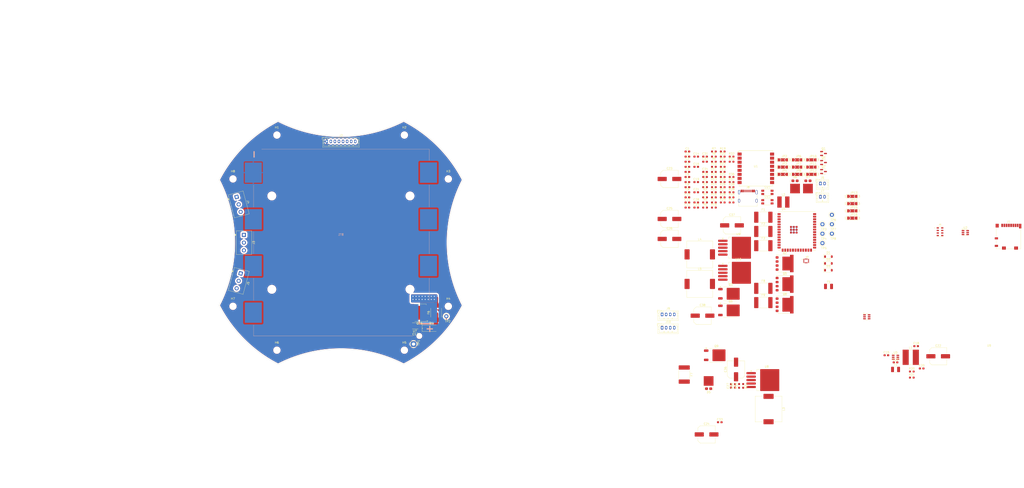
<source format=kicad_pcb>
(kicad_pcb
	(version 20241229)
	(generator "pcbnew")
	(generator_version "9.0")
	(general
		(thickness 1.6)
		(legacy_teardrops no)
	)
	(paper "A4")
	(layers
		(0 "F.Cu" signal)
		(4 "In1.Cu" signal)
		(6 "In2.Cu" signal)
		(2 "B.Cu" signal)
		(9 "F.Adhes" user "F.Adhesive")
		(11 "B.Adhes" user "B.Adhesive")
		(13 "F.Paste" user)
		(15 "B.Paste" user)
		(5 "F.SilkS" user "F.Silkscreen")
		(7 "B.SilkS" user "B.Silkscreen")
		(1 "F.Mask" user)
		(3 "B.Mask" user)
		(17 "Dwgs.User" user "User.Drawings")
		(19 "Cmts.User" user "User.Comments")
		(21 "Eco1.User" user "User.Eco1")
		(23 "Eco2.User" user "User.Eco2")
		(25 "Edge.Cuts" user)
		(27 "Margin" user)
		(31 "F.CrtYd" user "F.Courtyard")
		(29 "B.CrtYd" user "B.Courtyard")
		(35 "F.Fab" user)
		(33 "B.Fab" user)
		(39 "User.1" user)
		(41 "User.2" user)
		(43 "User.3" user)
		(45 "User.4" user)
	)
	(setup
		(stackup
			(layer "F.SilkS"
				(type "Top Silk Screen")
			)
			(layer "F.Paste"
				(type "Top Solder Paste")
			)
			(layer "F.Mask"
				(type "Top Solder Mask")
				(thickness 0.01)
			)
			(layer "F.Cu"
				(type "copper")
				(thickness 0.035)
			)
			(layer "dielectric 1"
				(type "prepreg")
				(thickness 0.1)
				(material "FR4")
				(epsilon_r 4.5)
				(loss_tangent 0.02)
			)
			(layer "In1.Cu"
				(type "copper")
				(thickness 0.035)
			)
			(layer "dielectric 2"
				(type "core")
				(thickness 1.24)
				(material "FR4")
				(epsilon_r 4.5)
				(loss_tangent 0.02)
			)
			(layer "In2.Cu"
				(type "copper")
				(thickness 0.035)
			)
			(layer "dielectric 3"
				(type "prepreg")
				(thickness 0.1)
				(material "FR4")
				(epsilon_r 4.5)
				(loss_tangent 0.02)
			)
			(layer "B.Cu"
				(type "copper")
				(thickness 0.035)
			)
			(layer "B.Mask"
				(type "Bottom Solder Mask")
				(thickness 0.01)
			)
			(layer "B.Paste"
				(type "Bottom Solder Paste")
			)
			(layer "B.SilkS"
				(type "Bottom Silk Screen")
			)
			(copper_finish "None")
			(dielectric_constraints no)
		)
		(pad_to_mask_clearance 0)
		(allow_soldermask_bridges_in_footprints no)
		(tenting front back)
		(grid_origin 147.6025 96.945)
		(pcbplotparams
			(layerselection 0x00000000_00000000_55555555_5755f5ff)
			(plot_on_all_layers_selection 0x00000000_00000000_00000000_00000000)
			(disableapertmacros no)
			(usegerberextensions no)
			(usegerberattributes yes)
			(usegerberadvancedattributes yes)
			(creategerberjobfile yes)
			(dashed_line_dash_ratio 12.000000)
			(dashed_line_gap_ratio 3.000000)
			(svgprecision 4)
			(plotframeref no)
			(mode 1)
			(useauxorigin no)
			(hpglpennumber 1)
			(hpglpenspeed 20)
			(hpglpendiameter 15.000000)
			(pdf_front_fp_property_popups yes)
			(pdf_back_fp_property_popups yes)
			(pdf_metadata yes)
			(pdf_single_document no)
			(dxfpolygonmode yes)
			(dxfimperialunits yes)
			(dxfusepcbnewfont yes)
			(psnegative no)
			(psa4output no)
			(plot_black_and_white yes)
			(sketchpadsonfab no)
			(plotpadnumbers no)
			(hidednponfab no)
			(sketchdnponfab yes)
			(crossoutdnponfab yes)
			(subtractmaskfromsilk no)
			(outputformat 1)
			(mirror no)
			(drillshape 1)
			(scaleselection 1)
			(outputdirectory "")
		)
	)
	(net 0 "")
	(net 1 "+3.3V")
	(net 2 "/MCU/SDA1")
	(net 3 "/MCU/SCL1")
	(net 4 "GND")
	(net 5 "unconnected-(A1-SDO-Pad6)")
	(net 6 "Net-(BT1-+-Pad5)")
	(net 7 "Net-(BT1-+-Pad3)")
	(net 8 "Net-(BT1-+-Pad7)")
	(net 9 "Net-(BT1-+-Pad1)")
	(net 10 "/Telemetry/DET_B")
	(net 11 "/Telemetry/SD_VDD")
	(net 12 "/MCU/ENABLE")
	(net 13 "/MCU/BOOTSEL")
	(net 14 "Net-(U5-EN)")
	(net 15 "Net-(U6-EN)")
	(net 16 "Net-(U5-BST)")
	(net 17 "Net-(U5-SW)")
	(net 18 "Net-(U6-BST)")
	(net 19 "Net-(U6-SW)")
	(net 20 "Net-(U7-VCAPH)")
	(net 21 "Net-(U7-VCAPL)")
	(net 22 "+5V")
	(net 23 "Net-(U8-VIN)")
	(net 24 "Net-(U9-VIN)")
	(net 25 "Net-(U10-VIN)")
	(net 26 "Net-(U8-VC)")
	(net 27 "Net-(U9-VC)")
	(net 28 "Net-(U10-VC)")
	(net 29 "+7.4V")
	(net 30 "Vact")
	(net 31 "Net-(D1-K)")
	(net 32 "Net-(D1-A)")
	(net 33 "Net-(D2-K)")
	(net 34 "Net-(D2-A)")
	(net 35 "Net-(D3-A)")
	(net 36 "Net-(D3-K)")
	(net 37 "Net-(D4-A2)")
	(net 38 "Net-(D5-K)")
	(net 39 "Net-(D6-K)")
	(net 40 "Net-(D7-K)")
	(net 41 "Net-(JP2-C)")
	(net 42 "Net-(JP6-C)")
	(net 43 "Net-(JP10-C)")
	(net 44 "+12V")
	(net 45 "/Telemetry/DET_A")
	(net 46 "Net-(J1-DAT3{slash}CD)")
	(net 47 "/MCU/SD_D0")
	(net 48 "/MCU/SD_CMD")
	(net 49 "Net-(J1-SHIELD)")
	(net 50 "/MCU/SD_CLK")
	(net 51 "Net-(J1-DAT1)")
	(net 52 "Net-(J1-DAT2)")
	(net 53 "/MCU/RX2")
	(net 54 "unconnected-(J2-Pin_3-Pad3)")
	(net 55 "/MCU/IO8")
	(net 56 "/MCU/TX2")
	(net 57 "unconnected-(J2-Pin_7-Pad7)")
	(net 58 "/MCU/IO9")
	(net 59 "Net-(J3-Pin_1)")
	(net 60 "Net-(J4-Pin_1)")
	(net 61 "Net-(J5-Pin_1)")
	(net 62 "/MCU/ADC1")
	(net 63 "/MCU/ADC2")
	(net 64 "unconnected-(J8-VBUS-PadA4)")
	(net 65 "unconnected-(J8-SBU1-PadA8)")
	(net 66 "Net-(J8-CC2)")
	(net 67 "Net-(J8-SHIELD)")
	(net 68 "unconnected-(J8-VBUS-PadA4)_1")
	(net 69 "unconnected-(J8-VBUS-PadA4)_2")
	(net 70 "/MCU/D+")
	(net 71 "unconnected-(J8-SBU2-PadB8)")
	(net 72 "/MCU/D-")
	(net 73 "Net-(J8-CC1)")
	(net 74 "unconnected-(J8-VBUS-PadA4)_3")
	(net 75 "/MCU/SCL2")
	(net 76 "/MCU/SDA2")
	(net 77 "/MCU/RX0")
	(net 78 "/MCU/TX0")
	(net 79 "VauxB")
	(net 80 "VauxA")
	(net 81 "Net-(JP3-A)")
	(net 82 "Net-(JP3-C)")
	(net 83 "Net-(JP4-C)")
	(net 84 "Net-(JP7-C)")
	(net 85 "Net-(JP7-A)")
	(net 86 "Net-(JP8-C)")
	(net 87 "Net-(JP11-A)")
	(net 88 "Net-(JP11-C)")
	(net 89 "Net-(JP12-C)")
	(net 90 "/Actuation/PINT1_HS")
	(net 91 "Net-(Q1-D)")
	(net 92 "/Actuation/PINT2_HS")
	(net 93 "Net-(Q4-D)")
	(net 94 "/Actuation/PINT3_HS")
	(net 95 "Net-(Q7-D)")
	(net 96 "Net-(Q10-G)")
	(net 97 "Net-(U2-QOD)")
	(net 98 "/Actuation/PINT1_LS")
	(net 99 "/Actuation/PINT2_LS")
	(net 100 "/Actuation/PINT3_LS")
	(net 101 "/MCU/USB_D-")
	(net 102 "/MCU/USB_D+")
	(net 103 "Net-(U5-FB)")
	(net 104 "Net-(U6-FB)")
	(net 105 "/Power Supply/FB7.4V")
	(net 106 "/Power Supply/FBA")
	(net 107 "/Power Supply/FBB")
	(net 108 "/MCU/IO7")
	(net 109 "/MCU/MOSI2")
	(net 110 "unconnected-(U1-DIO2-Pad7)")
	(net 111 "unconnected-(U1-RF_EN-Pad11)")
	(net 112 "/MCU/SCK2")
	(net 113 "/MCU/MISO2")
	(net 114 "unconnected-(U1-VCCPA-Pad5)")
	(net 115 "/MCU/IO5")
	(net 116 "/MCU/IO6")
	(net 117 "unconnected-(U1-ANT-Pad1)")
	(net 118 "unconnected-(U1-DIO3-Pad8)")
	(net 119 "/MCU/IO14_CS1")
	(net 120 "unconnected-(U2-CT-Pad4)")
	(net 121 "/MCU/IO15_CS2")
	(net 122 "unconnected-(U3-INT2-Pad9)")
	(net 123 "/MCU/IO10")
	(net 124 "unconnected-(U3-NC-Pad10)")
	(net 125 "unconnected-(U3-NC-Pad11)")
	(net 126 "unconnected-(U4-IO37-Pad30)")
	(net 127 "unconnected-(U4-IO36-Pad29)")
	(net 128 "unconnected-(U4-IO35-Pad28)")
	(net 129 "unconnected-(U7-NC_3-Pad3)")
	(net 130 "unconnected-(U7-NC_5-Pad5)")
	(footprint "Resistor_SMD:R_0603_1608Metric_Pad0.98x0.95mm_HandSolder" (layer "F.Cu") (at 331.195 62.095))
	(footprint "Diode_SMD:D_SOD-123" (layer "F.Cu") (at 387.57 107.195))
	(footprint "Capacitor_SMD:C_0603_1608Metric_Pad1.08x0.95mm_HandSolder" (layer "F.Cu") (at 339.6025 167.5325 90))
	(footprint "Jumper:SolderJumper-3_P2.0mm_Open_TrianglePad1.0x1.5mm_NumberLabels" (layer "F.Cu") (at 372.155 56.165))
	(footprint "Resistor_SMD:R_0603_1608Metric_Pad0.98x0.95mm_HandSolder" (layer "F.Cu") (at 331.195 74.645))
	(footprint "Capacitor_SMD:C_0603_1608Metric_Pad1.08x0.95mm_HandSolder" (layer "F.Cu") (at 322.495 72.135))
	(footprint "Capacitor_SMD:C_0603_1608Metric_Pad1.08x0.95mm_HandSolder" (layer "F.Cu") (at 318.145 69.625))
	(footprint "Jumper:SolderJumper-3_P2.0mm_Open_TrianglePad1.0x1.5mm_NumberLabels" (layer "F.Cu") (at 379.185 59.735))
	(footprint "Package_TO_SOT_SMD:TO-277A" (layer "F.Cu") (at 328.6025 166.145 180))
	(footprint "Capacitor_SMD:C_Elec_8x10.2" (layer "F.Cu") (at 340.1025 88.445))
	(footprint "Resistor_SMD:R_0603_1608Metric_Pad0.98x0.95mm_HandSolder" (layer "F.Cu") (at 331.195 54.565))
	(footprint "Resistor_SMD:R_0603_1608Metric_Pad0.98x0.95mm_HandSolder" (layer "F.Cu") (at 335.545 74.645))
	(footprint "Resistor_SMD:R_0603_1608Metric_Pad0.98x0.95mm_HandSolder" (layer "F.Cu") (at 339.895 54.565))
	(footprint "Capacitor_SMD:C_0603_1608Metric_Pad1.08x0.95mm_HandSolder" (layer "F.Cu") (at 318.145 57.075))
	(footprint "Jumper:SolderJumper-3_P2.0mm_Open_TrianglePad1.0x1.5mm_NumberLabels" (layer "F.Cu") (at 365.125 56.165))
	(footprint "Resistor_SMD:R_0603_1608Metric_Pad0.98x0.95mm_HandSolder" (layer "F.Cu") (at 339.895 69.625))
	(footprint "Fuse:Fuse_2920_7451Metric_Pad2.10x5.45mm_HandSolder" (layer "F.Cu") (at 355.525 126.485))
	(footprint "MountingHole:MountingHole_3.2mm_M3_DIN965" (layer "F.Cu") (at 94.4775 65.57))
	(footprint "Jumper:SolderJumper-3_P2.0mm_Open_TrianglePad1.0x1.5mm_NumberLabels" (layer "F.Cu") (at 379.185 63.305))
	(footprint "Connector_JST:JST_PH_B8B-PH-K_1x08_P2.00mm_Vertical" (layer "F.Cu") (at 140.6525 47.075))
	(footprint "Jumper:SolderJumper-3_P2.0mm_Open_TrianglePad1.0x1.5mm_NumberLabels" (layer "F.Cu") (at 372.155 59.735))
	(footprint "Buttons:C4B1802110" (layer "F.Cu") (at 357.535 76.825))
	(footprint "ESP32:XCVR_ESP32-S3-WROOM-1U-N8R8" (layer "F.Cu") (at 372.03 91.295))
	(footprint "MountingHole:MountingHole_3.2mm_M3_DIN965" (layer "F.Cu") (at 178.8525 43.945))
	(footprint "Regulators:SOP65P490X110-8N" (layer "F.Cu") (at 184.2025 137.945 180))
	(footprint "Sensors:XDCR_LSM6DSO32TR" (layer "F.Cu") (at 376.6025 105.945))
	(footprint "Connector_JST:JST_PH_B4B-PH-K_1x04_P2.00mm_Vertical" (layer "F.Cu") (at 305.695 138.875))
	(footprint "Capacitor_SMD:C_0603_1608Metric_Pad1.08x0.95mm_HandSolder" (layer "F.Cu") (at 318.145 54.565))
	(footprint "Jumper:SolderJumper-3_P2.0mm_Open_TrianglePad1.0x1.5mm_NumberLabels" (layer "F.Cu") (at 365.125 59.735))
	(footprint "Jumper:SolderJumper-3_P2.0mm_Open_TrianglePad1.0x1.5mm_NumberLabels" (layer "F.Cu") (at 379.185 56.165))
	(footprint "Resistor_SMD:R_0603_1608Metric_Pad0.98x0.95mm_HandSolder"
		(layer "F.Cu")
		(uuid "312f8eb3-b469-42fe-b4e2-4453a704e67d")
		(at 335.545 64.605)
		(descr "Resistor SMD 0603 (1608 Metric), square (rectangular) end terminal, IPC-7351 nominal with elongated pad for handsoldering. (Body size source: IPC-SM-782 page 72, https://www.pcb-3d.com/wordpress/wp-content/uploads/ipc-sm-782a_amendment_1_and_2.pdf), generated with kicad-footprint-generator")
		(tags "resistor handsolder")
		(property "Reference" "R24"
			(at 0 -1.43 0)
			(layer "F.SilkS")
			(uuid "fb4dbc3c-f3b2-429a-91f5-9f467b736be0")
			(effects
				(font
					(size 1 1)
					(thickness 0.15)
				)
			)
		)
		(property "Value" "1M"
			(at 0 1.43 0)
			(layer "F.Fab")
			(uuid "fda0918b-a92f-46b2-a751-42c29b136359")
			(effects
				(font
					(size 1 1)
					(thickness 0.15)
				)
			)
		)
		(property "Datasheet" "~"
			(at 0 0 0)
			(layer "F.Fab")
			(hide yes)
			(uuid "a68942d6-80ee-49f4-9625-4f9e32a48b5b")
			(effects
				(font
					(size 1.27 1.27)
					(thickness 0.15)
				)
			)
		)
		(property "Description" "Resistor, small symbol"
			(at 0 0 0)
			(layer "F.Fab")
			(hide yes)
			(uuid "bbd2faf4-96c7-4f7d-87a1-12f352122e77")
			(effects
				(font
					(size 1.27 1.27)
					(thickness 0.15)
				)
			)
		)
		(property ki_fp_filters "R_*")
		(path "/360c6508-e1da-4a7b-b1c3-7051c1cb7f4b/812feb9f-9c55-46bc-9d17-63dc593fb006")
		(sheetname "/MCU/")
		(sheetfile "mcu.kicad_sch")
		(attr smd)
		(fp_line
			(start -0.254724 -0.5225)
			(end 0.254724 -0.5225)
			(stroke
				(width 0.12)
				(type solid)
			)
			(layer "F.SilkS")
			(uuid "844d474d-ed66-4341-83da-360a95871f9f")
		)
		(fp_line
			(start -0.254724 0.5225)
			(end 0.254724 0.5225)
			(stroke
				(width 0.12)
				(type solid)
			)
			(layer "F.SilkS")
			(uuid "04c83c5b-e912-41e5-9f1c-b42fe4ff6929")
		)
		(fp_line
			(start -1.65 -0.73)
			(end 1.65 -0.73)
			(stroke
				(width 0.05)
				(type solid)
			)
			(layer "F.CrtYd")
			(uuid "4bf0e007-9179-435b-8c1e-ed2bb341a996")
		)
		(fp_line
			(start -1.65 0.73)
			(end -1.65 -0.73)
			(stroke
				(width 0.05)
				(type solid)
			)
			(layer "F.CrtYd")
			(uuid "3abcc8aa-5b10-4daf-bd73-2b63bb92987f")
		)
		(fp_line
			(start 1.65 -0.73)
			(end 1.65 0.73)
			(stroke
				(width 0.05)
				(type solid)
			)
			(layer "F.CrtYd")
			(uuid "d3b17215-1934-4269-8508-804c119bee08")
		)
		(fp_line
			(start 1.65 0.73)
			(end -1.65 0.73)
			(stroke
				(width 0.05)
				(type solid)
			)
			(layer "F.CrtYd")
			(uuid "7964dba4-7611-4f0a-ac97-a70171d94a12")
		)
		(fp_line
			(start -0.8 -0.4125)
			(end 0.8 -0.4125)
			(stroke
				(width 0.1)
				(type solid)
			)
			(layer "F.Fab")
			(uuid "c5be48d1-3c63-403e-948e-678336796fa2")
		)
		(fp_line
			(start -0.8 0.4125)
			(end -0.8 -0.4125)
			(stroke
				(width 0.1)
				(type solid)
			)
			(layer "F.Fab")
			(uuid "15b68e43-2597-47bf-859e-2a19e4a5f395")
		)
		(fp_line
			(start 0.8 -0.4125)
			(end 0.8 0.4125)
			(stroke
				(width 0.1)
				(type solid)
			)
			(layer "F.Fab")
			(uuid "86ebbdf9-56ff-41ec-a1b4-184b61b633a5")
		)
		(fp_line
			(start 0.8 0.4125)
	
... [1253268 chars truncated]
</source>
